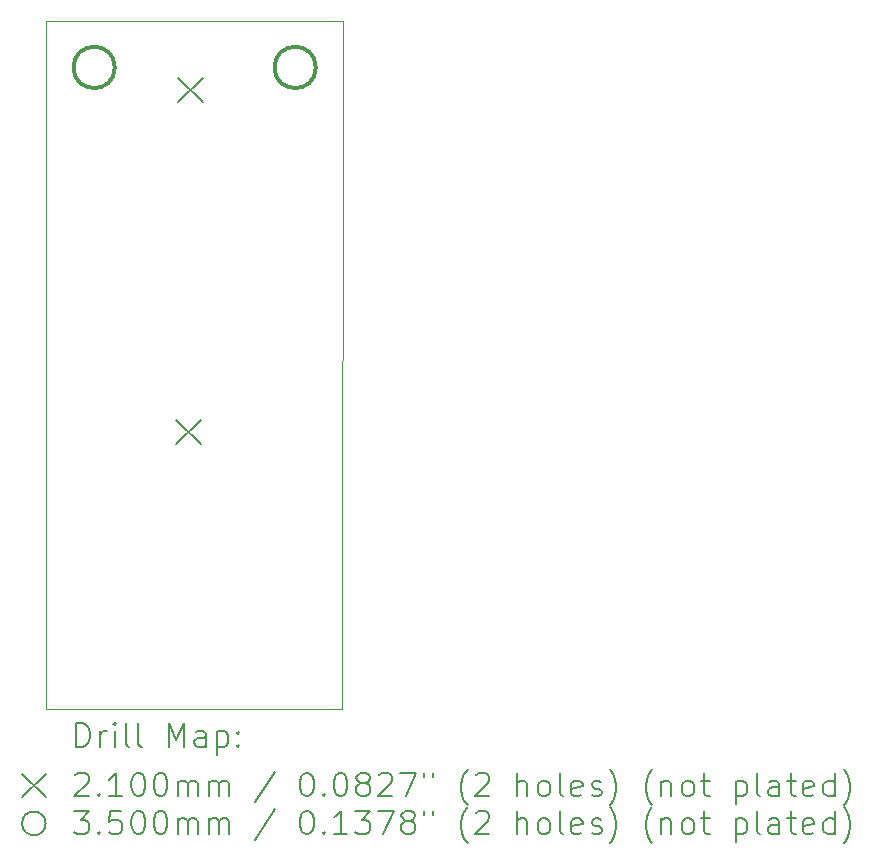
<source format=gbr>
%TF.GenerationSoftware,KiCad,Pcbnew,7.0.11-2.fc39*%
%TF.CreationDate,2024-06-07T09:19:11-04:00*%
%TF.ProjectId,OS-44,4f532d34-342e-46b6-9963-61645f706362,rev?*%
%TF.SameCoordinates,Original*%
%TF.FileFunction,Drillmap*%
%TF.FilePolarity,Positive*%
%FSLAX45Y45*%
G04 Gerber Fmt 4.5, Leading zero omitted, Abs format (unit mm)*
G04 Created by KiCad (PCBNEW 7.0.11-2.fc39) date 2024-06-07 09:19:11*
%MOMM*%
%LPD*%
G01*
G04 APERTURE LIST*
%ADD10C,0.100000*%
%ADD11C,0.200000*%
%ADD12C,0.210000*%
%ADD13C,0.350000*%
G04 APERTURE END LIST*
D10*
X15455900Y-12115800D02*
X15455900Y-12077700D01*
X12954000Y-6286500D02*
X15468600Y-6286500D01*
X12954000Y-12115800D02*
X12954000Y-6286500D01*
X12954000Y-12115800D02*
X15455900Y-12115800D01*
X15468600Y-6286500D02*
X15455900Y-12077700D01*
D11*
D12*
X14055500Y-9661300D02*
X14265500Y-9871300D01*
X14265500Y-9661300D02*
X14055500Y-9871300D01*
X14068200Y-6765700D02*
X14278200Y-6975700D01*
X14278200Y-6765700D02*
X14068200Y-6975700D01*
D13*
X13535400Y-6680200D02*
G75*
G03*
X13185400Y-6680200I-175000J0D01*
G01*
X13185400Y-6680200D02*
G75*
G03*
X13535400Y-6680200I175000J0D01*
G01*
X15237200Y-6680200D02*
G75*
G03*
X14887200Y-6680200I-175000J0D01*
G01*
X14887200Y-6680200D02*
G75*
G03*
X15237200Y-6680200I175000J0D01*
G01*
D11*
X13209777Y-12432284D02*
X13209777Y-12232284D01*
X13209777Y-12232284D02*
X13257396Y-12232284D01*
X13257396Y-12232284D02*
X13285967Y-12241808D01*
X13285967Y-12241808D02*
X13305015Y-12260855D01*
X13305015Y-12260855D02*
X13314539Y-12279903D01*
X13314539Y-12279903D02*
X13324062Y-12317998D01*
X13324062Y-12317998D02*
X13324062Y-12346569D01*
X13324062Y-12346569D02*
X13314539Y-12384665D01*
X13314539Y-12384665D02*
X13305015Y-12403712D01*
X13305015Y-12403712D02*
X13285967Y-12422760D01*
X13285967Y-12422760D02*
X13257396Y-12432284D01*
X13257396Y-12432284D02*
X13209777Y-12432284D01*
X13409777Y-12432284D02*
X13409777Y-12298950D01*
X13409777Y-12337046D02*
X13419301Y-12317998D01*
X13419301Y-12317998D02*
X13428824Y-12308474D01*
X13428824Y-12308474D02*
X13447872Y-12298950D01*
X13447872Y-12298950D02*
X13466920Y-12298950D01*
X13533586Y-12432284D02*
X13533586Y-12298950D01*
X13533586Y-12232284D02*
X13524062Y-12241808D01*
X13524062Y-12241808D02*
X13533586Y-12251331D01*
X13533586Y-12251331D02*
X13543110Y-12241808D01*
X13543110Y-12241808D02*
X13533586Y-12232284D01*
X13533586Y-12232284D02*
X13533586Y-12251331D01*
X13657396Y-12432284D02*
X13638348Y-12422760D01*
X13638348Y-12422760D02*
X13628824Y-12403712D01*
X13628824Y-12403712D02*
X13628824Y-12232284D01*
X13762158Y-12432284D02*
X13743110Y-12422760D01*
X13743110Y-12422760D02*
X13733586Y-12403712D01*
X13733586Y-12403712D02*
X13733586Y-12232284D01*
X13990729Y-12432284D02*
X13990729Y-12232284D01*
X13990729Y-12232284D02*
X14057396Y-12375141D01*
X14057396Y-12375141D02*
X14124062Y-12232284D01*
X14124062Y-12232284D02*
X14124062Y-12432284D01*
X14305015Y-12432284D02*
X14305015Y-12327522D01*
X14305015Y-12327522D02*
X14295491Y-12308474D01*
X14295491Y-12308474D02*
X14276443Y-12298950D01*
X14276443Y-12298950D02*
X14238348Y-12298950D01*
X14238348Y-12298950D02*
X14219301Y-12308474D01*
X14305015Y-12422760D02*
X14285967Y-12432284D01*
X14285967Y-12432284D02*
X14238348Y-12432284D01*
X14238348Y-12432284D02*
X14219301Y-12422760D01*
X14219301Y-12422760D02*
X14209777Y-12403712D01*
X14209777Y-12403712D02*
X14209777Y-12384665D01*
X14209777Y-12384665D02*
X14219301Y-12365617D01*
X14219301Y-12365617D02*
X14238348Y-12356093D01*
X14238348Y-12356093D02*
X14285967Y-12356093D01*
X14285967Y-12356093D02*
X14305015Y-12346569D01*
X14400253Y-12298950D02*
X14400253Y-12498950D01*
X14400253Y-12308474D02*
X14419301Y-12298950D01*
X14419301Y-12298950D02*
X14457396Y-12298950D01*
X14457396Y-12298950D02*
X14476443Y-12308474D01*
X14476443Y-12308474D02*
X14485967Y-12317998D01*
X14485967Y-12317998D02*
X14495491Y-12337046D01*
X14495491Y-12337046D02*
X14495491Y-12394188D01*
X14495491Y-12394188D02*
X14485967Y-12413236D01*
X14485967Y-12413236D02*
X14476443Y-12422760D01*
X14476443Y-12422760D02*
X14457396Y-12432284D01*
X14457396Y-12432284D02*
X14419301Y-12432284D01*
X14419301Y-12432284D02*
X14400253Y-12422760D01*
X14581205Y-12413236D02*
X14590729Y-12422760D01*
X14590729Y-12422760D02*
X14581205Y-12432284D01*
X14581205Y-12432284D02*
X14571682Y-12422760D01*
X14571682Y-12422760D02*
X14581205Y-12413236D01*
X14581205Y-12413236D02*
X14581205Y-12432284D01*
X14581205Y-12308474D02*
X14590729Y-12317998D01*
X14590729Y-12317998D02*
X14581205Y-12327522D01*
X14581205Y-12327522D02*
X14571682Y-12317998D01*
X14571682Y-12317998D02*
X14581205Y-12308474D01*
X14581205Y-12308474D02*
X14581205Y-12327522D01*
X12749000Y-12660800D02*
X12949000Y-12860800D01*
X12949000Y-12660800D02*
X12749000Y-12860800D01*
X13200253Y-12671331D02*
X13209777Y-12661808D01*
X13209777Y-12661808D02*
X13228824Y-12652284D01*
X13228824Y-12652284D02*
X13276443Y-12652284D01*
X13276443Y-12652284D02*
X13295491Y-12661808D01*
X13295491Y-12661808D02*
X13305015Y-12671331D01*
X13305015Y-12671331D02*
X13314539Y-12690379D01*
X13314539Y-12690379D02*
X13314539Y-12709427D01*
X13314539Y-12709427D02*
X13305015Y-12737998D01*
X13305015Y-12737998D02*
X13190729Y-12852284D01*
X13190729Y-12852284D02*
X13314539Y-12852284D01*
X13400253Y-12833236D02*
X13409777Y-12842760D01*
X13409777Y-12842760D02*
X13400253Y-12852284D01*
X13400253Y-12852284D02*
X13390729Y-12842760D01*
X13390729Y-12842760D02*
X13400253Y-12833236D01*
X13400253Y-12833236D02*
X13400253Y-12852284D01*
X13600253Y-12852284D02*
X13485967Y-12852284D01*
X13543110Y-12852284D02*
X13543110Y-12652284D01*
X13543110Y-12652284D02*
X13524062Y-12680855D01*
X13524062Y-12680855D02*
X13505015Y-12699903D01*
X13505015Y-12699903D02*
X13485967Y-12709427D01*
X13724062Y-12652284D02*
X13743110Y-12652284D01*
X13743110Y-12652284D02*
X13762158Y-12661808D01*
X13762158Y-12661808D02*
X13771682Y-12671331D01*
X13771682Y-12671331D02*
X13781205Y-12690379D01*
X13781205Y-12690379D02*
X13790729Y-12728474D01*
X13790729Y-12728474D02*
X13790729Y-12776093D01*
X13790729Y-12776093D02*
X13781205Y-12814188D01*
X13781205Y-12814188D02*
X13771682Y-12833236D01*
X13771682Y-12833236D02*
X13762158Y-12842760D01*
X13762158Y-12842760D02*
X13743110Y-12852284D01*
X13743110Y-12852284D02*
X13724062Y-12852284D01*
X13724062Y-12852284D02*
X13705015Y-12842760D01*
X13705015Y-12842760D02*
X13695491Y-12833236D01*
X13695491Y-12833236D02*
X13685967Y-12814188D01*
X13685967Y-12814188D02*
X13676443Y-12776093D01*
X13676443Y-12776093D02*
X13676443Y-12728474D01*
X13676443Y-12728474D02*
X13685967Y-12690379D01*
X13685967Y-12690379D02*
X13695491Y-12671331D01*
X13695491Y-12671331D02*
X13705015Y-12661808D01*
X13705015Y-12661808D02*
X13724062Y-12652284D01*
X13914539Y-12652284D02*
X13933586Y-12652284D01*
X13933586Y-12652284D02*
X13952634Y-12661808D01*
X13952634Y-12661808D02*
X13962158Y-12671331D01*
X13962158Y-12671331D02*
X13971682Y-12690379D01*
X13971682Y-12690379D02*
X13981205Y-12728474D01*
X13981205Y-12728474D02*
X13981205Y-12776093D01*
X13981205Y-12776093D02*
X13971682Y-12814188D01*
X13971682Y-12814188D02*
X13962158Y-12833236D01*
X13962158Y-12833236D02*
X13952634Y-12842760D01*
X13952634Y-12842760D02*
X13933586Y-12852284D01*
X13933586Y-12852284D02*
X13914539Y-12852284D01*
X13914539Y-12852284D02*
X13895491Y-12842760D01*
X13895491Y-12842760D02*
X13885967Y-12833236D01*
X13885967Y-12833236D02*
X13876443Y-12814188D01*
X13876443Y-12814188D02*
X13866920Y-12776093D01*
X13866920Y-12776093D02*
X13866920Y-12728474D01*
X13866920Y-12728474D02*
X13876443Y-12690379D01*
X13876443Y-12690379D02*
X13885967Y-12671331D01*
X13885967Y-12671331D02*
X13895491Y-12661808D01*
X13895491Y-12661808D02*
X13914539Y-12652284D01*
X14066920Y-12852284D02*
X14066920Y-12718950D01*
X14066920Y-12737998D02*
X14076443Y-12728474D01*
X14076443Y-12728474D02*
X14095491Y-12718950D01*
X14095491Y-12718950D02*
X14124063Y-12718950D01*
X14124063Y-12718950D02*
X14143110Y-12728474D01*
X14143110Y-12728474D02*
X14152634Y-12747522D01*
X14152634Y-12747522D02*
X14152634Y-12852284D01*
X14152634Y-12747522D02*
X14162158Y-12728474D01*
X14162158Y-12728474D02*
X14181205Y-12718950D01*
X14181205Y-12718950D02*
X14209777Y-12718950D01*
X14209777Y-12718950D02*
X14228824Y-12728474D01*
X14228824Y-12728474D02*
X14238348Y-12747522D01*
X14238348Y-12747522D02*
X14238348Y-12852284D01*
X14333586Y-12852284D02*
X14333586Y-12718950D01*
X14333586Y-12737998D02*
X14343110Y-12728474D01*
X14343110Y-12728474D02*
X14362158Y-12718950D01*
X14362158Y-12718950D02*
X14390729Y-12718950D01*
X14390729Y-12718950D02*
X14409777Y-12728474D01*
X14409777Y-12728474D02*
X14419301Y-12747522D01*
X14419301Y-12747522D02*
X14419301Y-12852284D01*
X14419301Y-12747522D02*
X14428824Y-12728474D01*
X14428824Y-12728474D02*
X14447872Y-12718950D01*
X14447872Y-12718950D02*
X14476443Y-12718950D01*
X14476443Y-12718950D02*
X14495491Y-12728474D01*
X14495491Y-12728474D02*
X14505015Y-12747522D01*
X14505015Y-12747522D02*
X14505015Y-12852284D01*
X14895491Y-12642760D02*
X14724063Y-12899903D01*
X15152634Y-12652284D02*
X15171682Y-12652284D01*
X15171682Y-12652284D02*
X15190729Y-12661808D01*
X15190729Y-12661808D02*
X15200253Y-12671331D01*
X15200253Y-12671331D02*
X15209777Y-12690379D01*
X15209777Y-12690379D02*
X15219301Y-12728474D01*
X15219301Y-12728474D02*
X15219301Y-12776093D01*
X15219301Y-12776093D02*
X15209777Y-12814188D01*
X15209777Y-12814188D02*
X15200253Y-12833236D01*
X15200253Y-12833236D02*
X15190729Y-12842760D01*
X15190729Y-12842760D02*
X15171682Y-12852284D01*
X15171682Y-12852284D02*
X15152634Y-12852284D01*
X15152634Y-12852284D02*
X15133586Y-12842760D01*
X15133586Y-12842760D02*
X15124063Y-12833236D01*
X15124063Y-12833236D02*
X15114539Y-12814188D01*
X15114539Y-12814188D02*
X15105015Y-12776093D01*
X15105015Y-12776093D02*
X15105015Y-12728474D01*
X15105015Y-12728474D02*
X15114539Y-12690379D01*
X15114539Y-12690379D02*
X15124063Y-12671331D01*
X15124063Y-12671331D02*
X15133586Y-12661808D01*
X15133586Y-12661808D02*
X15152634Y-12652284D01*
X15305015Y-12833236D02*
X15314539Y-12842760D01*
X15314539Y-12842760D02*
X15305015Y-12852284D01*
X15305015Y-12852284D02*
X15295491Y-12842760D01*
X15295491Y-12842760D02*
X15305015Y-12833236D01*
X15305015Y-12833236D02*
X15305015Y-12852284D01*
X15438348Y-12652284D02*
X15457396Y-12652284D01*
X15457396Y-12652284D02*
X15476444Y-12661808D01*
X15476444Y-12661808D02*
X15485967Y-12671331D01*
X15485967Y-12671331D02*
X15495491Y-12690379D01*
X15495491Y-12690379D02*
X15505015Y-12728474D01*
X15505015Y-12728474D02*
X15505015Y-12776093D01*
X15505015Y-12776093D02*
X15495491Y-12814188D01*
X15495491Y-12814188D02*
X15485967Y-12833236D01*
X15485967Y-12833236D02*
X15476444Y-12842760D01*
X15476444Y-12842760D02*
X15457396Y-12852284D01*
X15457396Y-12852284D02*
X15438348Y-12852284D01*
X15438348Y-12852284D02*
X15419301Y-12842760D01*
X15419301Y-12842760D02*
X15409777Y-12833236D01*
X15409777Y-12833236D02*
X15400253Y-12814188D01*
X15400253Y-12814188D02*
X15390729Y-12776093D01*
X15390729Y-12776093D02*
X15390729Y-12728474D01*
X15390729Y-12728474D02*
X15400253Y-12690379D01*
X15400253Y-12690379D02*
X15409777Y-12671331D01*
X15409777Y-12671331D02*
X15419301Y-12661808D01*
X15419301Y-12661808D02*
X15438348Y-12652284D01*
X15619301Y-12737998D02*
X15600253Y-12728474D01*
X15600253Y-12728474D02*
X15590729Y-12718950D01*
X15590729Y-12718950D02*
X15581206Y-12699903D01*
X15581206Y-12699903D02*
X15581206Y-12690379D01*
X15581206Y-12690379D02*
X15590729Y-12671331D01*
X15590729Y-12671331D02*
X15600253Y-12661808D01*
X15600253Y-12661808D02*
X15619301Y-12652284D01*
X15619301Y-12652284D02*
X15657396Y-12652284D01*
X15657396Y-12652284D02*
X15676444Y-12661808D01*
X15676444Y-12661808D02*
X15685967Y-12671331D01*
X15685967Y-12671331D02*
X15695491Y-12690379D01*
X15695491Y-12690379D02*
X15695491Y-12699903D01*
X15695491Y-12699903D02*
X15685967Y-12718950D01*
X15685967Y-12718950D02*
X15676444Y-12728474D01*
X15676444Y-12728474D02*
X15657396Y-12737998D01*
X15657396Y-12737998D02*
X15619301Y-12737998D01*
X15619301Y-12737998D02*
X15600253Y-12747522D01*
X15600253Y-12747522D02*
X15590729Y-12757046D01*
X15590729Y-12757046D02*
X15581206Y-12776093D01*
X15581206Y-12776093D02*
X15581206Y-12814188D01*
X15581206Y-12814188D02*
X15590729Y-12833236D01*
X15590729Y-12833236D02*
X15600253Y-12842760D01*
X15600253Y-12842760D02*
X15619301Y-12852284D01*
X15619301Y-12852284D02*
X15657396Y-12852284D01*
X15657396Y-12852284D02*
X15676444Y-12842760D01*
X15676444Y-12842760D02*
X15685967Y-12833236D01*
X15685967Y-12833236D02*
X15695491Y-12814188D01*
X15695491Y-12814188D02*
X15695491Y-12776093D01*
X15695491Y-12776093D02*
X15685967Y-12757046D01*
X15685967Y-12757046D02*
X15676444Y-12747522D01*
X15676444Y-12747522D02*
X15657396Y-12737998D01*
X15771682Y-12671331D02*
X15781206Y-12661808D01*
X15781206Y-12661808D02*
X15800253Y-12652284D01*
X15800253Y-12652284D02*
X15847872Y-12652284D01*
X15847872Y-12652284D02*
X15866920Y-12661808D01*
X15866920Y-12661808D02*
X15876444Y-12671331D01*
X15876444Y-12671331D02*
X15885967Y-12690379D01*
X15885967Y-12690379D02*
X15885967Y-12709427D01*
X15885967Y-12709427D02*
X15876444Y-12737998D01*
X15876444Y-12737998D02*
X15762158Y-12852284D01*
X15762158Y-12852284D02*
X15885967Y-12852284D01*
X15952634Y-12652284D02*
X16085967Y-12652284D01*
X16085967Y-12652284D02*
X16000253Y-12852284D01*
X16152634Y-12652284D02*
X16152634Y-12690379D01*
X16228825Y-12652284D02*
X16228825Y-12690379D01*
X16524063Y-12928474D02*
X16514539Y-12918950D01*
X16514539Y-12918950D02*
X16495491Y-12890379D01*
X16495491Y-12890379D02*
X16485968Y-12871331D01*
X16485968Y-12871331D02*
X16476444Y-12842760D01*
X16476444Y-12842760D02*
X16466920Y-12795141D01*
X16466920Y-12795141D02*
X16466920Y-12757046D01*
X16466920Y-12757046D02*
X16476444Y-12709427D01*
X16476444Y-12709427D02*
X16485968Y-12680855D01*
X16485968Y-12680855D02*
X16495491Y-12661808D01*
X16495491Y-12661808D02*
X16514539Y-12633236D01*
X16514539Y-12633236D02*
X16524063Y-12623712D01*
X16590729Y-12671331D02*
X16600253Y-12661808D01*
X16600253Y-12661808D02*
X16619301Y-12652284D01*
X16619301Y-12652284D02*
X16666920Y-12652284D01*
X16666920Y-12652284D02*
X16685968Y-12661808D01*
X16685968Y-12661808D02*
X16695491Y-12671331D01*
X16695491Y-12671331D02*
X16705015Y-12690379D01*
X16705015Y-12690379D02*
X16705015Y-12709427D01*
X16705015Y-12709427D02*
X16695491Y-12737998D01*
X16695491Y-12737998D02*
X16581206Y-12852284D01*
X16581206Y-12852284D02*
X16705015Y-12852284D01*
X16943111Y-12852284D02*
X16943111Y-12652284D01*
X17028825Y-12852284D02*
X17028825Y-12747522D01*
X17028825Y-12747522D02*
X17019301Y-12728474D01*
X17019301Y-12728474D02*
X17000253Y-12718950D01*
X17000253Y-12718950D02*
X16971682Y-12718950D01*
X16971682Y-12718950D02*
X16952634Y-12728474D01*
X16952634Y-12728474D02*
X16943111Y-12737998D01*
X17152634Y-12852284D02*
X17133587Y-12842760D01*
X17133587Y-12842760D02*
X17124063Y-12833236D01*
X17124063Y-12833236D02*
X17114539Y-12814188D01*
X17114539Y-12814188D02*
X17114539Y-12757046D01*
X17114539Y-12757046D02*
X17124063Y-12737998D01*
X17124063Y-12737998D02*
X17133587Y-12728474D01*
X17133587Y-12728474D02*
X17152634Y-12718950D01*
X17152634Y-12718950D02*
X17181206Y-12718950D01*
X17181206Y-12718950D02*
X17200253Y-12728474D01*
X17200253Y-12728474D02*
X17209777Y-12737998D01*
X17209777Y-12737998D02*
X17219301Y-12757046D01*
X17219301Y-12757046D02*
X17219301Y-12814188D01*
X17219301Y-12814188D02*
X17209777Y-12833236D01*
X17209777Y-12833236D02*
X17200253Y-12842760D01*
X17200253Y-12842760D02*
X17181206Y-12852284D01*
X17181206Y-12852284D02*
X17152634Y-12852284D01*
X17333587Y-12852284D02*
X17314539Y-12842760D01*
X17314539Y-12842760D02*
X17305015Y-12823712D01*
X17305015Y-12823712D02*
X17305015Y-12652284D01*
X17485968Y-12842760D02*
X17466920Y-12852284D01*
X17466920Y-12852284D02*
X17428825Y-12852284D01*
X17428825Y-12852284D02*
X17409777Y-12842760D01*
X17409777Y-12842760D02*
X17400253Y-12823712D01*
X17400253Y-12823712D02*
X17400253Y-12747522D01*
X17400253Y-12747522D02*
X17409777Y-12728474D01*
X17409777Y-12728474D02*
X17428825Y-12718950D01*
X17428825Y-12718950D02*
X17466920Y-12718950D01*
X17466920Y-12718950D02*
X17485968Y-12728474D01*
X17485968Y-12728474D02*
X17495492Y-12747522D01*
X17495492Y-12747522D02*
X17495492Y-12766569D01*
X17495492Y-12766569D02*
X17400253Y-12785617D01*
X17571682Y-12842760D02*
X17590730Y-12852284D01*
X17590730Y-12852284D02*
X17628825Y-12852284D01*
X17628825Y-12852284D02*
X17647873Y-12842760D01*
X17647873Y-12842760D02*
X17657396Y-12823712D01*
X17657396Y-12823712D02*
X17657396Y-12814188D01*
X17657396Y-12814188D02*
X17647873Y-12795141D01*
X17647873Y-12795141D02*
X17628825Y-12785617D01*
X17628825Y-12785617D02*
X17600253Y-12785617D01*
X17600253Y-12785617D02*
X17581206Y-12776093D01*
X17581206Y-12776093D02*
X17571682Y-12757046D01*
X17571682Y-12757046D02*
X17571682Y-12747522D01*
X17571682Y-12747522D02*
X17581206Y-12728474D01*
X17581206Y-12728474D02*
X17600253Y-12718950D01*
X17600253Y-12718950D02*
X17628825Y-12718950D01*
X17628825Y-12718950D02*
X17647873Y-12728474D01*
X17724063Y-12928474D02*
X17733587Y-12918950D01*
X17733587Y-12918950D02*
X17752634Y-12890379D01*
X17752634Y-12890379D02*
X17762158Y-12871331D01*
X17762158Y-12871331D02*
X17771682Y-12842760D01*
X17771682Y-12842760D02*
X17781206Y-12795141D01*
X17781206Y-12795141D02*
X17781206Y-12757046D01*
X17781206Y-12757046D02*
X17771682Y-12709427D01*
X17771682Y-12709427D02*
X17762158Y-12680855D01*
X17762158Y-12680855D02*
X17752634Y-12661808D01*
X17752634Y-12661808D02*
X17733587Y-12633236D01*
X17733587Y-12633236D02*
X17724063Y-12623712D01*
X18085968Y-12928474D02*
X18076444Y-12918950D01*
X18076444Y-12918950D02*
X18057396Y-12890379D01*
X18057396Y-12890379D02*
X18047873Y-12871331D01*
X18047873Y-12871331D02*
X18038349Y-12842760D01*
X18038349Y-12842760D02*
X18028825Y-12795141D01*
X18028825Y-12795141D02*
X18028825Y-12757046D01*
X18028825Y-12757046D02*
X18038349Y-12709427D01*
X18038349Y-12709427D02*
X18047873Y-12680855D01*
X18047873Y-12680855D02*
X18057396Y-12661808D01*
X18057396Y-12661808D02*
X18076444Y-12633236D01*
X18076444Y-12633236D02*
X18085968Y-12623712D01*
X18162158Y-12718950D02*
X18162158Y-12852284D01*
X18162158Y-12737998D02*
X18171682Y-12728474D01*
X18171682Y-12728474D02*
X18190730Y-12718950D01*
X18190730Y-12718950D02*
X18219301Y-12718950D01*
X18219301Y-12718950D02*
X18238349Y-12728474D01*
X18238349Y-12728474D02*
X18247873Y-12747522D01*
X18247873Y-12747522D02*
X18247873Y-12852284D01*
X18371682Y-12852284D02*
X18352634Y-12842760D01*
X18352634Y-12842760D02*
X18343111Y-12833236D01*
X18343111Y-12833236D02*
X18333587Y-12814188D01*
X18333587Y-12814188D02*
X18333587Y-12757046D01*
X18333587Y-12757046D02*
X18343111Y-12737998D01*
X18343111Y-12737998D02*
X18352634Y-12728474D01*
X18352634Y-12728474D02*
X18371682Y-12718950D01*
X18371682Y-12718950D02*
X18400254Y-12718950D01*
X18400254Y-12718950D02*
X18419301Y-12728474D01*
X18419301Y-12728474D02*
X18428825Y-12737998D01*
X18428825Y-12737998D02*
X18438349Y-12757046D01*
X18438349Y-12757046D02*
X18438349Y-12814188D01*
X18438349Y-12814188D02*
X18428825Y-12833236D01*
X18428825Y-12833236D02*
X18419301Y-12842760D01*
X18419301Y-12842760D02*
X18400254Y-12852284D01*
X18400254Y-12852284D02*
X18371682Y-12852284D01*
X18495492Y-12718950D02*
X18571682Y-12718950D01*
X18524063Y-12652284D02*
X18524063Y-12823712D01*
X18524063Y-12823712D02*
X18533587Y-12842760D01*
X18533587Y-12842760D02*
X18552634Y-12852284D01*
X18552634Y-12852284D02*
X18571682Y-12852284D01*
X18790730Y-12718950D02*
X18790730Y-12918950D01*
X18790730Y-12728474D02*
X18809777Y-12718950D01*
X18809777Y-12718950D02*
X18847873Y-12718950D01*
X18847873Y-12718950D02*
X18866920Y-12728474D01*
X18866920Y-12728474D02*
X18876444Y-12737998D01*
X18876444Y-12737998D02*
X18885968Y-12757046D01*
X18885968Y-12757046D02*
X18885968Y-12814188D01*
X18885968Y-12814188D02*
X18876444Y-12833236D01*
X18876444Y-12833236D02*
X18866920Y-12842760D01*
X18866920Y-12842760D02*
X18847873Y-12852284D01*
X18847873Y-12852284D02*
X18809777Y-12852284D01*
X18809777Y-12852284D02*
X18790730Y-12842760D01*
X19000254Y-12852284D02*
X18981206Y-12842760D01*
X18981206Y-12842760D02*
X18971682Y-12823712D01*
X18971682Y-12823712D02*
X18971682Y-12652284D01*
X19162158Y-12852284D02*
X19162158Y-12747522D01*
X19162158Y-12747522D02*
X19152635Y-12728474D01*
X19152635Y-12728474D02*
X19133587Y-12718950D01*
X19133587Y-12718950D02*
X19095492Y-12718950D01*
X19095492Y-12718950D02*
X19076444Y-12728474D01*
X19162158Y-12842760D02*
X19143111Y-12852284D01*
X19143111Y-12852284D02*
X19095492Y-12852284D01*
X19095492Y-12852284D02*
X19076444Y-12842760D01*
X19076444Y-12842760D02*
X19066920Y-12823712D01*
X19066920Y-12823712D02*
X19066920Y-12804665D01*
X19066920Y-12804665D02*
X19076444Y-12785617D01*
X19076444Y-12785617D02*
X19095492Y-12776093D01*
X19095492Y-12776093D02*
X19143111Y-12776093D01*
X19143111Y-12776093D02*
X19162158Y-12766569D01*
X19228825Y-12718950D02*
X19305015Y-12718950D01*
X19257396Y-12652284D02*
X19257396Y-12823712D01*
X19257396Y-12823712D02*
X19266920Y-12842760D01*
X19266920Y-12842760D02*
X19285968Y-12852284D01*
X19285968Y-12852284D02*
X19305015Y-12852284D01*
X19447873Y-12842760D02*
X19428825Y-12852284D01*
X19428825Y-12852284D02*
X19390730Y-12852284D01*
X19390730Y-12852284D02*
X19371682Y-12842760D01*
X19371682Y-12842760D02*
X19362158Y-12823712D01*
X19362158Y-12823712D02*
X19362158Y-12747522D01*
X19362158Y-12747522D02*
X19371682Y-12728474D01*
X19371682Y-12728474D02*
X19390730Y-12718950D01*
X19390730Y-12718950D02*
X19428825Y-12718950D01*
X19428825Y-12718950D02*
X19447873Y-12728474D01*
X19447873Y-12728474D02*
X19457396Y-12747522D01*
X19457396Y-12747522D02*
X19457396Y-12766569D01*
X19457396Y-12766569D02*
X19362158Y-12785617D01*
X19628825Y-12852284D02*
X19628825Y-12652284D01*
X19628825Y-12842760D02*
X19609777Y-12852284D01*
X19609777Y-12852284D02*
X19571682Y-12852284D01*
X19571682Y-12852284D02*
X19552635Y-12842760D01*
X19552635Y-12842760D02*
X19543111Y-12833236D01*
X19543111Y-12833236D02*
X19533587Y-12814188D01*
X19533587Y-12814188D02*
X19533587Y-12757046D01*
X19533587Y-12757046D02*
X19543111Y-12737998D01*
X19543111Y-12737998D02*
X19552635Y-12728474D01*
X19552635Y-12728474D02*
X19571682Y-12718950D01*
X19571682Y-12718950D02*
X19609777Y-12718950D01*
X19609777Y-12718950D02*
X19628825Y-12728474D01*
X19705016Y-12928474D02*
X19714539Y-12918950D01*
X19714539Y-12918950D02*
X19733587Y-12890379D01*
X19733587Y-12890379D02*
X19743111Y-12871331D01*
X19743111Y-12871331D02*
X19752635Y-12842760D01*
X19752635Y-12842760D02*
X19762158Y-12795141D01*
X19762158Y-12795141D02*
X19762158Y-12757046D01*
X19762158Y-12757046D02*
X19752635Y-12709427D01*
X19752635Y-12709427D02*
X19743111Y-12680855D01*
X19743111Y-12680855D02*
X19733587Y-12661808D01*
X19733587Y-12661808D02*
X19714539Y-12633236D01*
X19714539Y-12633236D02*
X19705016Y-12623712D01*
X12949000Y-13080800D02*
G75*
G03*
X12749000Y-13080800I-100000J0D01*
G01*
X12749000Y-13080800D02*
G75*
G03*
X12949000Y-13080800I100000J0D01*
G01*
X13190729Y-12972284D02*
X13314539Y-12972284D01*
X13314539Y-12972284D02*
X13247872Y-13048474D01*
X13247872Y-13048474D02*
X13276443Y-13048474D01*
X13276443Y-13048474D02*
X13295491Y-13057998D01*
X13295491Y-13057998D02*
X13305015Y-13067522D01*
X13305015Y-13067522D02*
X13314539Y-13086569D01*
X13314539Y-13086569D02*
X13314539Y-13134188D01*
X13314539Y-13134188D02*
X13305015Y-13153236D01*
X13305015Y-13153236D02*
X13295491Y-13162760D01*
X13295491Y-13162760D02*
X13276443Y-13172284D01*
X13276443Y-13172284D02*
X13219301Y-13172284D01*
X13219301Y-13172284D02*
X13200253Y-13162760D01*
X13200253Y-13162760D02*
X13190729Y-13153236D01*
X13400253Y-13153236D02*
X13409777Y-13162760D01*
X13409777Y-13162760D02*
X13400253Y-13172284D01*
X13400253Y-13172284D02*
X13390729Y-13162760D01*
X13390729Y-13162760D02*
X13400253Y-13153236D01*
X13400253Y-13153236D02*
X13400253Y-13172284D01*
X13590729Y-12972284D02*
X13495491Y-12972284D01*
X13495491Y-12972284D02*
X13485967Y-13067522D01*
X13485967Y-13067522D02*
X13495491Y-13057998D01*
X13495491Y-13057998D02*
X13514539Y-13048474D01*
X13514539Y-13048474D02*
X13562158Y-13048474D01*
X13562158Y-13048474D02*
X13581205Y-13057998D01*
X13581205Y-13057998D02*
X13590729Y-13067522D01*
X13590729Y-13067522D02*
X13600253Y-13086569D01*
X13600253Y-13086569D02*
X13600253Y-13134188D01*
X13600253Y-13134188D02*
X13590729Y-13153236D01*
X13590729Y-13153236D02*
X13581205Y-13162760D01*
X13581205Y-13162760D02*
X13562158Y-13172284D01*
X13562158Y-13172284D02*
X13514539Y-13172284D01*
X13514539Y-13172284D02*
X13495491Y-13162760D01*
X13495491Y-13162760D02*
X13485967Y-13153236D01*
X13724062Y-12972284D02*
X13743110Y-12972284D01*
X13743110Y-12972284D02*
X13762158Y-12981808D01*
X13762158Y-12981808D02*
X13771682Y-12991331D01*
X13771682Y-12991331D02*
X13781205Y-13010379D01*
X13781205Y-13010379D02*
X13790729Y-13048474D01*
X13790729Y-13048474D02*
X13790729Y-13096093D01*
X13790729Y-13096093D02*
X13781205Y-13134188D01*
X13781205Y-13134188D02*
X13771682Y-13153236D01*
X13771682Y-13153236D02*
X13762158Y-13162760D01*
X13762158Y-13162760D02*
X13743110Y-13172284D01*
X13743110Y-13172284D02*
X13724062Y-13172284D01*
X13724062Y-13172284D02*
X13705015Y-13162760D01*
X13705015Y-13162760D02*
X13695491Y-13153236D01*
X13695491Y-13153236D02*
X13685967Y-13134188D01*
X13685967Y-13134188D02*
X13676443Y-13096093D01*
X13676443Y-13096093D02*
X13676443Y-13048474D01*
X13676443Y-13048474D02*
X13685967Y-13010379D01*
X13685967Y-13010379D02*
X13695491Y-12991331D01*
X13695491Y-12991331D02*
X13705015Y-12981808D01*
X13705015Y-12981808D02*
X13724062Y-12972284D01*
X13914539Y-12972284D02*
X13933586Y-12972284D01*
X13933586Y-12972284D02*
X13952634Y-12981808D01*
X13952634Y-12981808D02*
X13962158Y-12991331D01*
X13962158Y-12991331D02*
X13971682Y-13010379D01*
X13971682Y-13010379D02*
X13981205Y-13048474D01*
X13981205Y-13048474D02*
X13981205Y-13096093D01*
X13981205Y-13096093D02*
X13971682Y-13134188D01*
X13971682Y-13134188D02*
X13962158Y-13153236D01*
X13962158Y-13153236D02*
X13952634Y-13162760D01*
X13952634Y-13162760D02*
X13933586Y-13172284D01*
X13933586Y-13172284D02*
X13914539Y-13172284D01*
X13914539Y-13172284D02*
X13895491Y-13162760D01*
X13895491Y-13162760D02*
X13885967Y-13153236D01*
X13885967Y-13153236D02*
X13876443Y-13134188D01*
X13876443Y-13134188D02*
X13866920Y-13096093D01*
X13866920Y-13096093D02*
X13866920Y-13048474D01*
X13866920Y-13048474D02*
X13876443Y-13010379D01*
X13876443Y-13010379D02*
X13885967Y-12991331D01*
X13885967Y-12991331D02*
X13895491Y-12981808D01*
X13895491Y-12981808D02*
X13914539Y-12972284D01*
X14066920Y-13172284D02*
X14066920Y-13038950D01*
X14066920Y-13057998D02*
X14076443Y-13048474D01*
X14076443Y-13048474D02*
X14095491Y-13038950D01*
X14095491Y-13038950D02*
X14124063Y-13038950D01*
X14124063Y-13038950D02*
X14143110Y-13048474D01*
X14143110Y-13048474D02*
X14152634Y-13067522D01*
X14152634Y-13067522D02*
X14152634Y-13172284D01*
X14152634Y-13067522D02*
X14162158Y-13048474D01*
X14162158Y-13048474D02*
X14181205Y-13038950D01*
X14181205Y-13038950D02*
X14209777Y-13038950D01*
X14209777Y-13038950D02*
X14228824Y-13048474D01*
X14228824Y-13048474D02*
X14238348Y-13067522D01*
X14238348Y-13067522D02*
X14238348Y-13172284D01*
X14333586Y-13172284D02*
X14333586Y-13038950D01*
X14333586Y-13057998D02*
X14343110Y-13048474D01*
X14343110Y-13048474D02*
X14362158Y-13038950D01*
X14362158Y-13038950D02*
X14390729Y-13038950D01*
X14390729Y-13038950D02*
X14409777Y-13048474D01*
X14409777Y-13048474D02*
X14419301Y-13067522D01*
X14419301Y-13067522D02*
X14419301Y-13172284D01*
X14419301Y-13067522D02*
X14428824Y-13048474D01*
X14428824Y-13048474D02*
X14447872Y-13038950D01*
X14447872Y-13038950D02*
X14476443Y-13038950D01*
X14476443Y-13038950D02*
X14495491Y-13048474D01*
X14495491Y-13048474D02*
X14505015Y-13067522D01*
X14505015Y-13067522D02*
X14505015Y-13172284D01*
X14895491Y-12962760D02*
X14724063Y-13219903D01*
X15152634Y-12972284D02*
X15171682Y-12972284D01*
X15171682Y-12972284D02*
X15190729Y-12981808D01*
X15190729Y-12981808D02*
X15200253Y-12991331D01*
X15200253Y-12991331D02*
X15209777Y-13010379D01*
X15209777Y-13010379D02*
X15219301Y-13048474D01*
X15219301Y-13048474D02*
X15219301Y-13096093D01*
X15219301Y-13096093D02*
X15209777Y-13134188D01*
X15209777Y-13134188D02*
X15200253Y-13153236D01*
X15200253Y-13153236D02*
X15190729Y-13162760D01*
X15190729Y-13162760D02*
X15171682Y-13172284D01*
X15171682Y-13172284D02*
X15152634Y-13172284D01*
X15152634Y-13172284D02*
X15133586Y-13162760D01*
X15133586Y-13162760D02*
X15124063Y-13153236D01*
X15124063Y-13153236D02*
X15114539Y-13134188D01*
X15114539Y-13134188D02*
X15105015Y-13096093D01*
X15105015Y-13096093D02*
X15105015Y-13048474D01*
X15105015Y-13048474D02*
X15114539Y-13010379D01*
X15114539Y-13010379D02*
X15124063Y-12991331D01*
X15124063Y-12991331D02*
X15133586Y-12981808D01*
X15133586Y-12981808D02*
X15152634Y-12972284D01*
X15305015Y-13153236D02*
X15314539Y-13162760D01*
X15314539Y-13162760D02*
X15305015Y-13172284D01*
X15305015Y-13172284D02*
X15295491Y-13162760D01*
X15295491Y-13162760D02*
X15305015Y-13153236D01*
X15305015Y-13153236D02*
X15305015Y-13172284D01*
X15505015Y-13172284D02*
X15390729Y-13172284D01*
X15447872Y-13172284D02*
X15447872Y-12972284D01*
X15447872Y-12972284D02*
X15428825Y-13000855D01*
X15428825Y-13000855D02*
X15409777Y-13019903D01*
X15409777Y-13019903D02*
X15390729Y-13029427D01*
X15571682Y-12972284D02*
X15695491Y-12972284D01*
X15695491Y-12972284D02*
X15628825Y-13048474D01*
X15628825Y-13048474D02*
X15657396Y-13048474D01*
X15657396Y-13048474D02*
X15676444Y-13057998D01*
X15676444Y-13057998D02*
X15685967Y-13067522D01*
X15685967Y-13067522D02*
X15695491Y-13086569D01*
X15695491Y-13086569D02*
X15695491Y-13134188D01*
X15695491Y-13134188D02*
X15685967Y-13153236D01*
X15685967Y-13153236D02*
X15676444Y-13162760D01*
X15676444Y-13162760D02*
X15657396Y-13172284D01*
X15657396Y-13172284D02*
X15600253Y-13172284D01*
X15600253Y-13172284D02*
X15581206Y-13162760D01*
X15581206Y-13162760D02*
X15571682Y-13153236D01*
X15762158Y-12972284D02*
X15895491Y-12972284D01*
X15895491Y-12972284D02*
X15809777Y-13172284D01*
X16000253Y-13057998D02*
X15981206Y-13048474D01*
X15981206Y-13048474D02*
X15971682Y-13038950D01*
X15971682Y-13038950D02*
X15962158Y-13019903D01*
X15962158Y-13019903D02*
X15962158Y-13010379D01*
X15962158Y-13010379D02*
X15971682Y-12991331D01*
X15971682Y-12991331D02*
X15981206Y-12981808D01*
X15981206Y-12981808D02*
X16000253Y-12972284D01*
X16000253Y-12972284D02*
X16038348Y-12972284D01*
X16038348Y-12972284D02*
X16057396Y-12981808D01*
X16057396Y-12981808D02*
X16066920Y-12991331D01*
X16066920Y-12991331D02*
X16076444Y-13010379D01*
X16076444Y-13010379D02*
X16076444Y-13019903D01*
X16076444Y-13019903D02*
X16066920Y-13038950D01*
X16066920Y-13038950D02*
X16057396Y-13048474D01*
X16057396Y-13048474D02*
X16038348Y-13057998D01*
X16038348Y-13057998D02*
X16000253Y-13057998D01*
X16000253Y-13057998D02*
X15981206Y-13067522D01*
X15981206Y-13067522D02*
X15971682Y-13077046D01*
X15971682Y-13077046D02*
X15962158Y-13096093D01*
X15962158Y-13096093D02*
X15962158Y-13134188D01*
X15962158Y-13134188D02*
X15971682Y-13153236D01*
X15971682Y-13153236D02*
X15981206Y-13162760D01*
X15981206Y-13162760D02*
X16000253Y-13172284D01*
X16000253Y-13172284D02*
X16038348Y-13172284D01*
X16038348Y-13172284D02*
X16057396Y-13162760D01*
X16057396Y-13162760D02*
X16066920Y-13153236D01*
X16066920Y-13153236D02*
X16076444Y-13134188D01*
X16076444Y-13134188D02*
X16076444Y-13096093D01*
X16076444Y-13096093D02*
X16066920Y-13077046D01*
X16066920Y-13077046D02*
X16057396Y-13067522D01*
X16057396Y-13067522D02*
X16038348Y-13057998D01*
X16152634Y-12972284D02*
X16152634Y-13010379D01*
X16228825Y-12972284D02*
X16228825Y-13010379D01*
X16524063Y-13248474D02*
X16514539Y-13238950D01*
X16514539Y-13238950D02*
X16495491Y-13210379D01*
X16495491Y-13210379D02*
X16485968Y-13191331D01*
X16485968Y-13191331D02*
X16476444Y-13162760D01*
X16476444Y-13162760D02*
X16466920Y-13115141D01*
X16466920Y-13115141D02*
X16466920Y-13077046D01*
X16466920Y-13077046D02*
X16476444Y-13029427D01*
X16476444Y-13029427D02*
X16485968Y-13000855D01*
X16485968Y-13000855D02*
X16495491Y-12981808D01*
X16495491Y-12981808D02*
X16514539Y-12953236D01*
X16514539Y-12953236D02*
X16524063Y-12943712D01*
X16590729Y-12991331D02*
X16600253Y-12981808D01*
X16600253Y-12981808D02*
X16619301Y-12972284D01*
X16619301Y-12972284D02*
X16666920Y-12972284D01*
X16666920Y-12972284D02*
X16685968Y-12981808D01*
X16685968Y-12981808D02*
X16695491Y-12991331D01*
X16695491Y-12991331D02*
X16705015Y-13010379D01*
X16705015Y-13010379D02*
X16705015Y-13029427D01*
X16705015Y-13029427D02*
X16695491Y-13057998D01*
X16695491Y-13057998D02*
X16581206Y-13172284D01*
X16581206Y-13172284D02*
X16705015Y-13172284D01*
X16943111Y-13172284D02*
X16943111Y-12972284D01*
X17028825Y-13172284D02*
X17028825Y-13067522D01*
X17028825Y-13067522D02*
X17019301Y-13048474D01*
X17019301Y-13048474D02*
X17000253Y-13038950D01*
X17000253Y-13038950D02*
X16971682Y-13038950D01*
X16971682Y-13038950D02*
X16952634Y-13048474D01*
X16952634Y-13048474D02*
X16943111Y-13057998D01*
X17152634Y-13172284D02*
X17133587Y-13162760D01*
X17133587Y-13162760D02*
X17124063Y-13153236D01*
X17124063Y-13153236D02*
X17114539Y-13134188D01*
X17114539Y-13134188D02*
X17114539Y-13077046D01*
X17114539Y-13077046D02*
X17124063Y-13057998D01*
X17124063Y-13057998D02*
X17133587Y-13048474D01*
X17133587Y-13048474D02*
X17152634Y-13038950D01*
X17152634Y-13038950D02*
X17181206Y-13038950D01*
X17181206Y-13038950D02*
X17200253Y-13048474D01*
X17200253Y-13048474D02*
X17209777Y-13057998D01*
X17209777Y-13057998D02*
X17219301Y-13077046D01*
X17219301Y-13077046D02*
X17219301Y-13134188D01*
X17219301Y-13134188D02*
X17209777Y-13153236D01*
X17209777Y-13153236D02*
X17200253Y-13162760D01*
X17200253Y-13162760D02*
X17181206Y-13172284D01*
X17181206Y-13172284D02*
X17152634Y-13172284D01*
X17333587Y-13172284D02*
X17314539Y-13162760D01*
X17314539Y-13162760D02*
X17305015Y-13143712D01*
X17305015Y-13143712D02*
X17305015Y-12972284D01*
X17485968Y-13162760D02*
X17466920Y-13172284D01*
X17466920Y-13172284D02*
X17428825Y-13172284D01*
X17428825Y-13172284D02*
X17409777Y-13162760D01*
X17409777Y-13162760D02*
X17400253Y-13143712D01*
X17400253Y-13143712D02*
X17400253Y-13067522D01*
X17400253Y-13067522D02*
X17409777Y-13048474D01*
X17409777Y-13048474D02*
X17428825Y-13038950D01*
X17428825Y-13038950D02*
X17466920Y-13038950D01*
X17466920Y-13038950D02*
X17485968Y-13048474D01*
X17485968Y-13048474D02*
X17495492Y-13067522D01*
X17495492Y-13067522D02*
X17495492Y-13086569D01*
X17495492Y-13086569D02*
X17400253Y-13105617D01*
X17571682Y-13162760D02*
X17590730Y-13172284D01*
X17590730Y-13172284D02*
X17628825Y-13172284D01*
X17628825Y-13172284D02*
X17647873Y-13162760D01*
X17647873Y-13162760D02*
X17657396Y-13143712D01*
X17657396Y-13143712D02*
X17657396Y-13134188D01*
X17657396Y-13134188D02*
X17647873Y-13115141D01*
X17647873Y-13115141D02*
X17628825Y-13105617D01*
X17628825Y-13105617D02*
X17600253Y-13105617D01*
X17600253Y-13105617D02*
X17581206Y-13096093D01*
X17581206Y-13096093D02*
X17571682Y-13077046D01*
X17571682Y-13077046D02*
X17571682Y-13067522D01*
X17571682Y-13067522D02*
X17581206Y-13048474D01*
X17581206Y-13048474D02*
X17600253Y-13038950D01*
X17600253Y-13038950D02*
X17628825Y-13038950D01*
X17628825Y-13038950D02*
X17647873Y-13048474D01*
X17724063Y-13248474D02*
X17733587Y-13238950D01*
X17733587Y-13238950D02*
X17752634Y-13210379D01*
X17752634Y-13210379D02*
X17762158Y-13191331D01*
X17762158Y-13191331D02*
X17771682Y-13162760D01*
X17771682Y-13162760D02*
X17781206Y-13115141D01*
X17781206Y-13115141D02*
X17781206Y-13077046D01*
X17781206Y-13077046D02*
X17771682Y-13029427D01*
X17771682Y-13029427D02*
X17762158Y-13000855D01*
X17762158Y-13000855D02*
X17752634Y-12981808D01*
X17752634Y-12981808D02*
X17733587Y-12953236D01*
X17733587Y-12953236D02*
X17724063Y-12943712D01*
X18085968Y-13248474D02*
X18076444Y-13238950D01*
X18076444Y-13238950D02*
X18057396Y-13210379D01*
X18057396Y-13210379D02*
X18047873Y-13191331D01*
X18047873Y-13191331D02*
X18038349Y-13162760D01*
X18038349Y-13162760D02*
X18028825Y-13115141D01*
X18028825Y-13115141D02*
X18028825Y-13077046D01*
X18028825Y-13077046D02*
X18038349Y-13029427D01*
X18038349Y-13029427D02*
X18047873Y-13000855D01*
X18047873Y-13000855D02*
X18057396Y-12981808D01*
X18057396Y-12981808D02*
X18076444Y-12953236D01*
X18076444Y-12953236D02*
X18085968Y-12943712D01*
X18162158Y-13038950D02*
X18162158Y-13172284D01*
X18162158Y-13057998D02*
X18171682Y-13048474D01*
X18171682Y-13048474D02*
X18190730Y-13038950D01*
X18190730Y-13038950D02*
X18219301Y-13038950D01*
X18219301Y-13038950D02*
X18238349Y-13048474D01*
X18238349Y-13048474D02*
X18247873Y-13067522D01*
X18247873Y-13067522D02*
X18247873Y-13172284D01*
X18371682Y-13172284D02*
X18352634Y-13162760D01*
X18352634Y-13162760D02*
X18343111Y-13153236D01*
X18343111Y-13153236D02*
X18333587Y-13134188D01*
X18333587Y-13134188D02*
X18333587Y-13077046D01*
X18333587Y-13077046D02*
X18343111Y-13057998D01*
X18343111Y-13057998D02*
X18352634Y-13048474D01*
X18352634Y-13048474D02*
X18371682Y-13038950D01*
X18371682Y-13038950D02*
X18400254Y-13038950D01*
X18400254Y-13038950D02*
X18419301Y-13048474D01*
X18419301Y-13048474D02*
X18428825Y-13057998D01*
X18428825Y-13057998D02*
X18438349Y-13077046D01*
X18438349Y-13077046D02*
X18438349Y-13134188D01*
X18438349Y-13134188D02*
X18428825Y-13153236D01*
X18428825Y-13153236D02*
X18419301Y-13162760D01*
X18419301Y-13162760D02*
X18400254Y-13172284D01*
X18400254Y-13172284D02*
X18371682Y-13172284D01*
X18495492Y-13038950D02*
X18571682Y-13038950D01*
X18524063Y-12972284D02*
X18524063Y-13143712D01*
X18524063Y-13143712D02*
X18533587Y-13162760D01*
X18533587Y-13162760D02*
X18552634Y-13172284D01*
X18552634Y-13172284D02*
X18571682Y-13172284D01*
X18790730Y-13038950D02*
X18790730Y-13238950D01*
X18790730Y-13048474D02*
X18809777Y-13038950D01*
X18809777Y-13038950D02*
X18847873Y-13038950D01*
X18847873Y-13038950D02*
X18866920Y-13048474D01*
X18866920Y-13048474D02*
X18876444Y-13057998D01*
X18876444Y-13057998D02*
X18885968Y-13077046D01*
X18885968Y-13077046D02*
X18885968Y-13134188D01*
X18885968Y-13134188D02*
X18876444Y-13153236D01*
X18876444Y-13153236D02*
X18866920Y-13162760D01*
X18866920Y-13162760D02*
X18847873Y-13172284D01*
X18847873Y-13172284D02*
X18809777Y-13172284D01*
X18809777Y-13172284D02*
X18790730Y-13162760D01*
X19000254Y-13172284D02*
X18981206Y-13162760D01*
X18981206Y-13162760D02*
X18971682Y-13143712D01*
X18971682Y-13143712D02*
X18971682Y-12972284D01*
X19162158Y-13172284D02*
X19162158Y-13067522D01*
X19162158Y-13067522D02*
X19152635Y-13048474D01*
X19152635Y-13048474D02*
X19133587Y-13038950D01*
X19133587Y-13038950D02*
X19095492Y-13038950D01*
X19095492Y-13038950D02*
X19076444Y-13048474D01*
X19162158Y-13162760D02*
X19143111Y-13172284D01*
X19143111Y-13172284D02*
X19095492Y-13172284D01*
X19095492Y-13172284D02*
X19076444Y-13162760D01*
X19076444Y-13162760D02*
X19066920Y-13143712D01*
X19066920Y-13143712D02*
X19066920Y-13124665D01*
X19066920Y-13124665D02*
X19076444Y-13105617D01*
X19076444Y-13105617D02*
X19095492Y-13096093D01*
X19095492Y-13096093D02*
X19143111Y-13096093D01*
X19143111Y-13096093D02*
X19162158Y-13086569D01*
X19228825Y-13038950D02*
X19305015Y-13038950D01*
X19257396Y-12972284D02*
X19257396Y-13143712D01*
X19257396Y-13143712D02*
X19266920Y-13162760D01*
X19266920Y-13162760D02*
X19285968Y-13172284D01*
X19285968Y-13172284D02*
X19305015Y-13172284D01*
X19447873Y-13162760D02*
X19428825Y-13172284D01*
X19428825Y-13172284D02*
X19390730Y-13172284D01*
X19390730Y-13172284D02*
X19371682Y-13162760D01*
X19371682Y-13162760D02*
X19362158Y-13143712D01*
X19362158Y-13143712D02*
X19362158Y-13067522D01*
X19362158Y-13067522D02*
X19371682Y-13048474D01*
X19371682Y-13048474D02*
X19390730Y-13038950D01*
X19390730Y-13038950D02*
X19428825Y-13038950D01*
X19428825Y-13038950D02*
X19447873Y-13048474D01*
X19447873Y-13048474D02*
X19457396Y-13067522D01*
X19457396Y-13067522D02*
X19457396Y-13086569D01*
X19457396Y-13086569D02*
X19362158Y-13105617D01*
X19628825Y-13172284D02*
X19628825Y-12972284D01*
X19628825Y-13162760D02*
X19609777Y-13172284D01*
X19609777Y-13172284D02*
X19571682Y-13172284D01*
X19571682Y-13172284D02*
X19552635Y-13162760D01*
X19552635Y-13162760D02*
X19543111Y-13153236D01*
X19543111Y-13153236D02*
X19533587Y-13134188D01*
X19533587Y-13134188D02*
X19533587Y-13077046D01*
X19533587Y-13077046D02*
X19543111Y-13057998D01*
X19543111Y-13057998D02*
X19552635Y-13048474D01*
X19552635Y-13048474D02*
X19571682Y-13038950D01*
X19571682Y-13038950D02*
X19609777Y-13038950D01*
X19609777Y-13038950D02*
X19628825Y-13048474D01*
X19705016Y-13248474D02*
X19714539Y-13238950D01*
X19714539Y-13238950D02*
X19733587Y-13210379D01*
X19733587Y-13210379D02*
X19743111Y-13191331D01*
X19743111Y-13191331D02*
X19752635Y-13162760D01*
X19752635Y-13162760D02*
X19762158Y-13115141D01*
X19762158Y-13115141D02*
X19762158Y-13077046D01*
X19762158Y-13077046D02*
X19752635Y-13029427D01*
X19752635Y-13029427D02*
X19743111Y-13000855D01*
X19743111Y-13000855D02*
X19733587Y-12981808D01*
X19733587Y-12981808D02*
X19714539Y-12953236D01*
X19714539Y-12953236D02*
X19705016Y-12943712D01*
M02*

</source>
